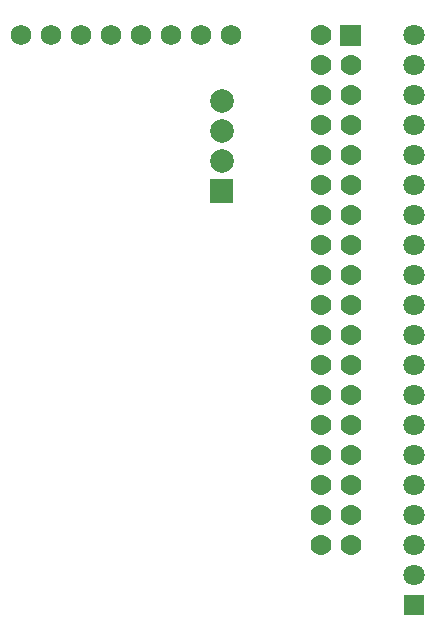
<source format=gts>
G04 Layer: TopSolderMaskLayer*
G04 EasyEDA v6.5.3, 2022-05-11 10:11:48*
G04 29087cc1c3554ec2a43a3509a864e302,be635ba5e1a24524a6f9dddda72dafc0,10*
G04 Gerber Generator version 0.2*
G04 Scale: 100 percent, Rotated: No, Reflected: No *
G04 Dimensions in millimeters *
G04 leading zeros omitted , absolute positions ,4 integer and 5 decimal *
%FSLAX45Y45*%
%MOMM*%

%ADD20C,1.7272*%
%ADD21C,1.7732*%
%ADD24C,2.0032*%
%ADD25C,1.8032*%
%ADD26R,1.8032X1.8032*%

%LPD*%
D20*
G01*
X-84074000Y65786000D03*
G01*
X-84328000Y65786000D03*
G01*
X-84582000Y65786000D03*
G01*
X-84836000Y65786000D03*
G01*
X-85090000Y65786000D03*
G01*
X-85344000Y65786000D03*
G01*
X-85598000Y65786000D03*
G01*
X-85852000Y65786000D03*
D21*
G01*
X-83312000Y65786000D03*
G36*
X-83146646Y65697354D02*
G01*
X-83146646Y65874646D01*
X-82969354Y65874646D01*
X-82969354Y65697354D01*
G37*
G01*
X-83058000Y65532000D03*
G01*
X-83312000Y65532000D03*
G01*
X-83058000Y65278000D03*
G01*
X-83312000Y65278000D03*
G01*
X-83058000Y65024000D03*
G01*
X-83312000Y65024000D03*
G01*
X-83058000Y64770000D03*
G01*
X-83312000Y64770000D03*
G01*
X-83058000Y64516000D03*
G01*
X-83312000Y64516000D03*
G01*
X-83058000Y64262000D03*
G01*
X-83312000Y64262000D03*
G01*
X-83058000Y64008000D03*
G01*
X-83312000Y64008000D03*
G01*
X-83058000Y63754000D03*
G01*
X-83312000Y63754000D03*
G01*
X-83058000Y63500000D03*
G01*
X-83312000Y63500000D03*
G01*
X-83058000Y63246000D03*
G01*
X-83312000Y63246000D03*
G01*
X-83058000Y62992000D03*
G01*
X-83312000Y62992000D03*
G01*
X-83058000Y62738000D03*
G01*
X-83312000Y62738000D03*
G01*
X-83058000Y62484000D03*
G01*
X-83312000Y62484000D03*
G01*
X-83058000Y62230000D03*
G01*
X-83312000Y62230000D03*
G01*
X-83058000Y61976000D03*
G01*
X-83312000Y61976000D03*
G01*
X-83058000Y61722000D03*
G01*
X-83312000Y61722000D03*
G01*
X-83058000Y61468000D03*
G01*
X-83312000Y61468000D03*
G36*
X-84250276Y64365124D02*
G01*
X-84250276Y64565276D01*
X-84050124Y64565276D01*
X-84050124Y64365124D01*
G37*
D24*
G01*
X-84150200Y64719200D03*
G01*
X-84150200Y64973200D03*
G01*
X-84150200Y65227200D03*
D25*
G01*
X-82524600Y65786000D03*
G01*
X-82524600Y65532000D03*
G01*
X-82524600Y65278000D03*
G01*
X-82524600Y65024000D03*
G01*
X-82524600Y64770000D03*
G01*
X-82524600Y64516000D03*
G01*
X-82524600Y64262000D03*
G01*
X-82524600Y64008000D03*
G01*
X-82524600Y63754000D03*
G01*
X-82524600Y63500000D03*
G01*
X-82524600Y63246000D03*
G01*
X-82524600Y62992000D03*
G01*
X-82524600Y62738000D03*
G01*
X-82524600Y62484000D03*
G01*
X-82524600Y62230000D03*
G01*
X-82524600Y61976000D03*
G01*
X-82524600Y61722000D03*
G01*
X-82524600Y61468000D03*
G01*
X-82524600Y61214000D03*
D26*
G01*
X-82524600Y60960000D03*
M02*

</source>
